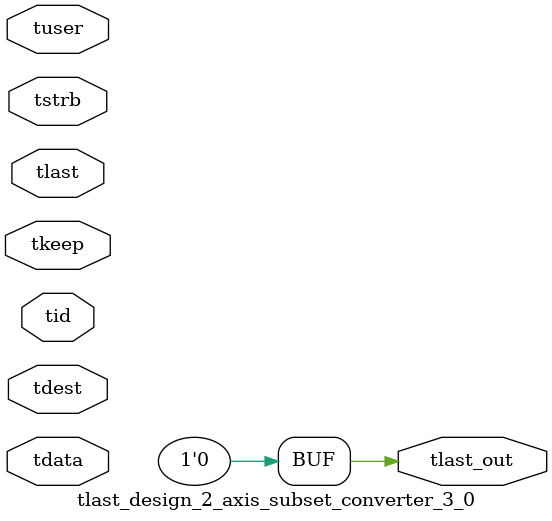
<source format=v>


`timescale 1ps/1ps

module tlast_design_2_axis_subset_converter_3_0 #
(
parameter C_S_AXIS_TID_WIDTH   = 1,
parameter C_S_AXIS_TUSER_WIDTH = 0,
parameter C_S_AXIS_TDATA_WIDTH = 0,
parameter C_S_AXIS_TDEST_WIDTH = 0
)
(
input  [(C_S_AXIS_TID_WIDTH   == 0 ? 1 : C_S_AXIS_TID_WIDTH)-1:0       ] tid,
input  [(C_S_AXIS_TDATA_WIDTH == 0 ? 1 : C_S_AXIS_TDATA_WIDTH)-1:0     ] tdata,
input  [(C_S_AXIS_TUSER_WIDTH == 0 ? 1 : C_S_AXIS_TUSER_WIDTH)-1:0     ] tuser,
input  [(C_S_AXIS_TDEST_WIDTH == 0 ? 1 : C_S_AXIS_TDEST_WIDTH)-1:0     ] tdest,
input  [(C_S_AXIS_TDATA_WIDTH/8)-1:0 ] tkeep,
input  [(C_S_AXIS_TDATA_WIDTH/8)-1:0 ] tstrb,
input  [0:0]                                                             tlast,
output                                                                   tlast_out
);

assign tlast_out = {1'b0};

endmodule


</source>
